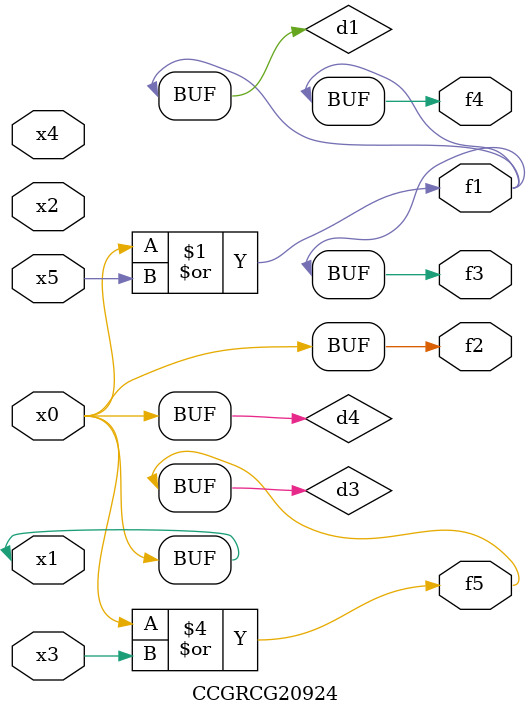
<source format=v>
module CCGRCG20924(
	input x0, x1, x2, x3, x4, x5,
	output f1, f2, f3, f4, f5
);

	wire d1, d2, d3, d4;

	or (d1, x0, x5);
	xnor (d2, x1, x4);
	or (d3, x0, x3);
	buf (d4, x0, x1);
	assign f1 = d1;
	assign f2 = d4;
	assign f3 = d1;
	assign f4 = d1;
	assign f5 = d3;
endmodule

</source>
